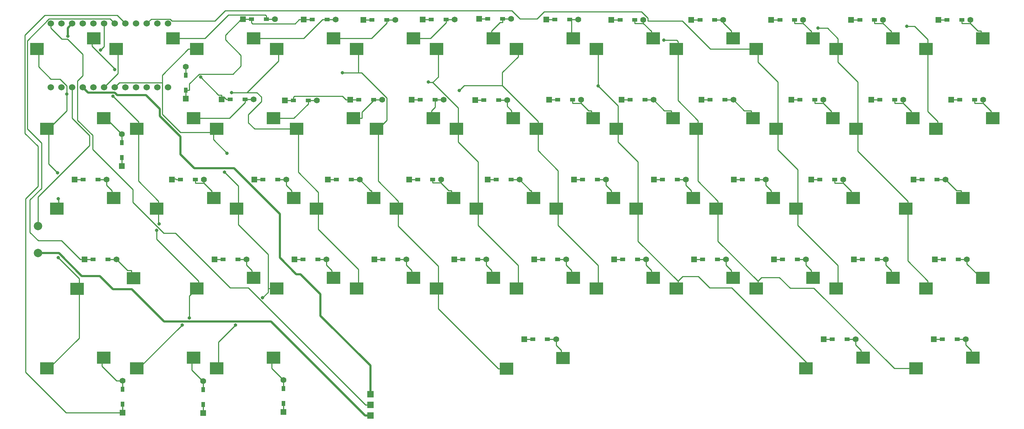
<source format=gbr>
%TF.GenerationSoftware,KiCad,Pcbnew,(7.0.0)*%
%TF.CreationDate,2024-09-06T15:26:17+09:00*%
%TF.ProjectId,rowlow52,726f776c-6f77-4353-922e-6b696361645f,rev?*%
%TF.SameCoordinates,Original*%
%TF.FileFunction,Copper,L2,Bot*%
%TF.FilePolarity,Positive*%
%FSLAX46Y46*%
G04 Gerber Fmt 4.6, Leading zero omitted, Abs format (unit mm)*
G04 Created by KiCad (PCBNEW (7.0.0)) date 2024-09-06 15:26:17*
%MOMM*%
%LPD*%
G01*
G04 APERTURE LIST*
%TA.AperFunction,SMDPad,CuDef*%
%ADD10R,3.300000X3.000000*%
%TD*%
%TA.AperFunction,ComponentPad*%
%ADD11R,1.397000X1.397000*%
%TD*%
%TA.AperFunction,SMDPad,CuDef*%
%ADD12R,1.300000X0.950000*%
%TD*%
%TA.AperFunction,ComponentPad*%
%ADD13C,1.397000*%
%TD*%
%TA.AperFunction,SMDPad,CuDef*%
%ADD14R,0.950000X1.300000*%
%TD*%
%TA.AperFunction,ComponentPad*%
%ADD15C,2.000000*%
%TD*%
%TA.AperFunction,ComponentPad*%
%ADD16C,1.524000*%
%TD*%
%TA.AperFunction,SMDPad,CuDef*%
%ADD17R,1.524000X1.524000*%
%TD*%
%TA.AperFunction,ViaPad*%
%ADD18C,0.800000*%
%TD*%
%TA.AperFunction,Conductor*%
%ADD19C,0.250000*%
%TD*%
%TA.AperFunction,Conductor*%
%ADD20C,0.500000*%
%TD*%
G04 APERTURE END LIST*
D10*
%TO.P,SW23,1,1*%
%TO.N,col10*%
X244962499Y-99813699D03*
%TO.P,SW23,2,2*%
%TO.N,Net-(D23-A)*%
X258562499Y-97273699D03*
%TD*%
D11*
%TO.P,D29,1,K*%
%TO.N,row2*%
X138458799Y-111918699D03*
D12*
X140493799Y-111918699D03*
%TO.P,D29,2,A*%
%TO.N,Net-(D29-A)*%
X144043799Y-111918699D03*
D13*
X146078800Y-111918700D03*
%TD*%
D11*
%TO.P,D3,1,K*%
%TO.N,row0*%
X113289999Y-73699999D03*
D12*
X115324999Y-73699999D03*
%TO.P,D3,2,A*%
%TO.N,Net-(D3-A)*%
X118874999Y-73699999D03*
D13*
X120910000Y-73700000D03*
%TD*%
D11*
%TO.P,D39,1,K*%
%TO.N,row3*%
X130146299Y-130968699D03*
D12*
X132181299Y-130968699D03*
%TO.P,D39,2,A*%
%TO.N,Net-(D39-A)*%
X135731299Y-130968699D03*
D13*
X137766300Y-130968700D03*
%TD*%
D10*
%TO.P,SW3,1,1*%
%TO.N,col2*%
X87799999Y-80763699D03*
%TO.P,SW3,2,2*%
%TO.N,Net-(D3-A)*%
X101399999Y-78223699D03*
%TD*%
D11*
%TO.P,D33,1,K*%
%TO.N,row2*%
X215871299Y-111918699D03*
D12*
X217906299Y-111918699D03*
%TO.P,D33,2,A*%
%TO.N,Net-(D33-A)*%
X221456299Y-111918699D03*
D13*
X223491300Y-111918700D03*
%TD*%
D11*
%TO.P,D6,1,K*%
%TO.N,row0*%
X155164999Y-73549999D03*
D12*
X157199999Y-73549999D03*
%TO.P,D6,2,A*%
%TO.N,Net-(D6-A)*%
X160749999Y-73549999D03*
D13*
X162785000Y-73550000D03*
%TD*%
D10*
%TO.P,SW8,1,1*%
%TO.N,col7*%
X183049999Y-80763699D03*
%TO.P,SW8,2,2*%
%TO.N,Net-(D8-A)*%
X196649999Y-78223699D03*
%TD*%
%TO.P,SW39,1,1*%
%TO.N,col3*%
X125899999Y-137913699D03*
%TO.P,SW39,2,2*%
%TO.N,Net-(D39-A)*%
X139499999Y-135373699D03*
%TD*%
D11*
%TO.P,D20,1,K*%
%TO.N,row1*%
X189071299Y-92868699D03*
D12*
X191106299Y-92868699D03*
%TO.P,D20,2,A*%
%TO.N,Net-(D20-A)*%
X194656299Y-92868699D03*
D13*
X196691300Y-92868700D03*
%TD*%
D11*
%TO.P,D9,1,K*%
%TO.N,row0*%
X205739999Y-73818699D03*
D12*
X207774999Y-73818699D03*
%TO.P,D9,2,A*%
%TO.N,Net-(D9-A)*%
X211324999Y-73818699D03*
D13*
X213360000Y-73818700D03*
%TD*%
D11*
%TO.P,D52,1,K*%
%TO.N,row4*%
X263496299Y-150018699D03*
D12*
X265531299Y-150018699D03*
%TO.P,D52,2,A*%
%TO.N,Net-(D52-A)*%
X269081299Y-150018699D03*
D13*
X271116300Y-150018700D03*
%TD*%
D10*
%TO.P,SW32,1,1*%
%TO.N,col7*%
X192574999Y-118863699D03*
%TO.P,SW32,2,2*%
%TO.N,Net-(D32-A)*%
X206174999Y-116323699D03*
%TD*%
D11*
%TO.P,D18,1,K*%
%TO.N,row1*%
X154189999Y-92949999D03*
D12*
X156224999Y-92949999D03*
%TO.P,D18,2,A*%
%TO.N,Net-(D18-A)*%
X159774999Y-92949999D03*
D13*
X161810000Y-92950000D03*
%TD*%
D11*
%TO.P,D48,1,K*%
%TO.N,row4*%
X89324999Y-167634999D03*
D14*
X89324999Y-165599999D03*
%TO.P,D48,2,A*%
%TO.N,Net-(D48-A)*%
X89324999Y-162049999D03*
D13*
X89325000Y-160015000D03*
%TD*%
D10*
%TO.P,SW35,1,1*%
%TO.N,col10*%
X256868799Y-118863699D03*
%TO.P,SW35,2,2*%
%TO.N,Net-(D35-A)*%
X270468799Y-116323699D03*
%TD*%
D11*
%TO.P,D38,1,K*%
%TO.N,row3*%
X111096299Y-130968699D03*
D12*
X113131299Y-130968699D03*
%TO.P,D38,2,A*%
%TO.N,Net-(D38-A)*%
X116681299Y-130968699D03*
D13*
X118716300Y-130968700D03*
%TD*%
D10*
%TO.P,SW6,1,1*%
%TO.N,col5*%
X144949999Y-80763699D03*
%TO.P,SW6,2,2*%
%TO.N,Net-(D6-A)*%
X158549999Y-78223699D03*
%TD*%
D11*
%TO.P,D24,1,K*%
%TO.N,row1*%
X267652499Y-92868699D03*
D12*
X269687499Y-92868699D03*
%TO.P,D24,2,A*%
%TO.N,Net-(D24-A)*%
X273237499Y-92868699D03*
D13*
X275272500Y-92868700D03*
%TD*%
D10*
%TO.P,SW19,1,1*%
%TO.N,col6*%
X168762499Y-99813699D03*
%TO.P,SW19,2,2*%
%TO.N,Net-(D19-A)*%
X182362499Y-97273699D03*
%TD*%
D11*
%TO.P,D45,1,K*%
%TO.N,row3*%
X244446299Y-130968699D03*
D12*
X246481299Y-130968699D03*
%TO.P,D45,2,A*%
%TO.N,Net-(D45-A)*%
X250031299Y-130968699D03*
D13*
X252066300Y-130968700D03*
%TD*%
D10*
%TO.P,SW43,1,1*%
%TO.N,col7*%
X202099999Y-137913699D03*
%TO.P,SW43,2,2*%
%TO.N,Net-(D43-A)*%
X215699999Y-135373699D03*
%TD*%
D11*
%TO.P,D40,1,K*%
%TO.N,row3*%
X149196299Y-130968699D03*
D12*
X151231299Y-130968699D03*
%TO.P,D40,2,A*%
%TO.N,Net-(D40-A)*%
X154781299Y-130968699D03*
D13*
X156816300Y-130968700D03*
%TD*%
D10*
%TO.P,SW30,1,1*%
%TO.N,col5*%
X154474999Y-118863699D03*
%TO.P,SW30,2,2*%
%TO.N,Net-(D30-A)*%
X168074999Y-116323699D03*
%TD*%
D11*
%TO.P,D23,1,K*%
%TO.N,row1*%
X248602499Y-92868699D03*
D12*
X250637499Y-92868699D03*
%TO.P,D23,2,A*%
%TO.N,Net-(D23-A)*%
X254187499Y-92868699D03*
D13*
X256222500Y-92868700D03*
%TD*%
D10*
%TO.P,SW13,1,1*%
%TO.N,col0*%
X52081299Y-99813699D03*
%TO.P,SW13,2,2*%
%TO.N,Net-(D13-A)*%
X65681299Y-97273699D03*
%TD*%
%TO.P,SW28,1,1*%
%TO.N,col3*%
X116374999Y-118863699D03*
%TO.P,SW28,2,2*%
%TO.N,Net-(D28-A)*%
X129974999Y-116323699D03*
%TD*%
D11*
%TO.P,D43,1,K*%
%TO.N,row3*%
X206346299Y-130968699D03*
D12*
X208381299Y-130968699D03*
%TO.P,D43,2,A*%
%TO.N,Net-(D43-A)*%
X211931299Y-130968699D03*
D13*
X213966300Y-130968700D03*
%TD*%
D10*
%TO.P,SW42,1,1*%
%TO.N,col6*%
X183049999Y-137913699D03*
%TO.P,SW42,2,2*%
%TO.N,Net-(D42-A)*%
X196649999Y-135373699D03*
%TD*%
D11*
%TO.P,D46,1,K*%
%TO.N,row3*%
X263804499Y-130968699D03*
D12*
X265839499Y-130968699D03*
%TO.P,D46,2,A*%
%TO.N,Net-(D46-A)*%
X269389499Y-130968699D03*
D13*
X271424500Y-130968700D03*
%TD*%
D10*
%TO.P,SW16,1,1*%
%TO.N,col3*%
X111612499Y-99813699D03*
%TO.P,SW16,2,2*%
%TO.N,Net-(D16-A)*%
X125212499Y-97273699D03*
%TD*%
%TO.P,SW15,1,1*%
%TO.N,col2*%
X92562499Y-99813699D03*
%TO.P,SW15,2,2*%
%TO.N,Net-(D15-A)*%
X106162499Y-97273699D03*
%TD*%
%TO.P,SW41,1,1*%
%TO.N,col5*%
X163999999Y-137913699D03*
%TO.P,SW41,2,2*%
%TO.N,Net-(D41-A)*%
X177599999Y-135373699D03*
%TD*%
%TO.P,SW44,1,1*%
%TO.N,col8*%
X221149999Y-137913699D03*
%TO.P,SW44,2,2*%
%TO.N,Net-(D44-A)*%
X234749999Y-135373699D03*
%TD*%
%TO.P,SW47,1,1*%
%TO.N,col0*%
X52081299Y-156963699D03*
%TO.P,SW47,2,2*%
%TO.N,Net-(D47-A)*%
X65681299Y-154423699D03*
%TD*%
%TO.P,SW4,1,1*%
%TO.N,col3*%
X106849999Y-80763699D03*
%TO.P,SW4,2,2*%
%TO.N,Net-(D4-A)*%
X120449999Y-78223699D03*
%TD*%
%TO.P,SW40,1,1*%
%TO.N,col4*%
X144949999Y-137913699D03*
%TO.P,SW40,2,2*%
%TO.N,Net-(D40-A)*%
X158549999Y-135373699D03*
%TD*%
%TO.P,SW50,1,1*%
%TO.N,col4*%
X161668799Y-157003699D03*
%TO.P,SW50,2,2*%
%TO.N,Net-(D50-A)*%
X175168799Y-154463699D03*
%TD*%
%TO.P,SW22,1,1*%
%TO.N,col9*%
X225912499Y-99813699D03*
%TO.P,SW22,2,2*%
%TO.N,Net-(D22-A)*%
X239512499Y-97273699D03*
%TD*%
%TO.P,SW27,1,1*%
%TO.N,col2*%
X97324999Y-118863699D03*
%TO.P,SW27,2,2*%
%TO.N,Net-(D27-A)*%
X110924999Y-116323699D03*
%TD*%
D11*
%TO.P,D28,1,K*%
%TO.N,row2*%
X119062499Y-111918699D03*
D12*
X121097499Y-111918699D03*
%TO.P,D28,2,A*%
%TO.N,Net-(D28-A)*%
X124647499Y-111918699D03*
D13*
X126682500Y-111918700D03*
%TD*%
D10*
%TO.P,SW52,1,1*%
%TO.N,col8*%
X259249999Y-156963699D03*
%TO.P,SW52,2,2*%
%TO.N,Net-(D52-A)*%
X272849999Y-154423699D03*
%TD*%
%TO.P,SW24,1,1*%
%TO.N,col11*%
X264012499Y-99813699D03*
%TO.P,SW24,2,2*%
%TO.N,Net-(D24-A)*%
X277612499Y-97273699D03*
%TD*%
%TO.P,SW37,1,1*%
%TO.N,col1*%
X87799999Y-137913699D03*
%TO.P,SW37,2,2*%
%TO.N,Net-(D37-A)*%
X101399999Y-135373699D03*
%TD*%
D11*
%TO.P,D4,1,K*%
%TO.N,row0*%
X127539999Y-73774999D03*
D12*
X129574999Y-73774999D03*
%TO.P,D4,2,A*%
%TO.N,Net-(D4-A)*%
X133124999Y-73774999D03*
D13*
X135160000Y-73775000D03*
%TD*%
D10*
%TO.P,SW20,1,1*%
%TO.N,col7*%
X187812499Y-99813699D03*
%TO.P,SW20,2,2*%
%TO.N,Net-(D20-A)*%
X201412499Y-97273699D03*
%TD*%
D11*
%TO.P,D14,1,K*%
%TO.N,row1*%
X93789999Y-92749999D03*
D12*
X95824999Y-92749999D03*
%TO.P,D14,2,A*%
%TO.N,Net-(D14-A)*%
X99374999Y-92749999D03*
D13*
X101410000Y-92750000D03*
%TD*%
D10*
%TO.P,SW2,1,1*%
%TO.N,col1*%
X68606299Y-80759999D03*
%TO.P,SW2,2,2*%
%TO.N,Net-(D2-A)*%
X82206299Y-78219999D03*
%TD*%
D11*
%TO.P,D10,1,K*%
%TO.N,row0*%
X224789999Y-73818699D03*
D12*
X226824999Y-73818699D03*
%TO.P,D10,2,A*%
%TO.N,Net-(D10-A)*%
X230374999Y-73818699D03*
D13*
X232410000Y-73818700D03*
%TD*%
D11*
%TO.P,D41,1,K*%
%TO.N,row3*%
X168246299Y-130968699D03*
D12*
X170281299Y-130968699D03*
%TO.P,D41,2,A*%
%TO.N,Net-(D41-A)*%
X173831299Y-130968699D03*
D13*
X175866300Y-130968700D03*
%TD*%
D11*
%TO.P,D1,1,K*%
%TO.N,row0*%
X85249999Y-92559999D03*
D14*
X85249999Y-90524999D03*
%TO.P,D1,2,A*%
%TO.N,Net-(D1-A)*%
X85249999Y-86974999D03*
D13*
X85250000Y-84940000D03*
%TD*%
D10*
%TO.P,SW1,1,1*%
%TO.N,col0*%
X49699999Y-80763699D03*
%TO.P,SW1,2,2*%
%TO.N,Net-(D1-A)*%
X63299999Y-78223699D03*
%TD*%
%TO.P,SW12,1,1*%
%TO.N,col11*%
X261631299Y-80763699D03*
%TO.P,SW12,2,2*%
%TO.N,Net-(D12-A)*%
X275231299Y-78223699D03*
%TD*%
D11*
%TO.P,D51,1,K*%
%TO.N,row4*%
X237302499Y-150018699D03*
D12*
X239337499Y-150018699D03*
%TO.P,D51,2,A*%
%TO.N,Net-(D51-A)*%
X242887499Y-150018699D03*
D13*
X244922500Y-150018700D03*
%TD*%
D10*
%TO.P,SW49,1,1*%
%TO.N,col2*%
X92562499Y-156963699D03*
%TO.P,SW49,2,2*%
%TO.N,Net-(D49-A)*%
X106162499Y-154423699D03*
%TD*%
D11*
%TO.P,D34,1,K*%
%TO.N,row2*%
X234314999Y-111918699D03*
D12*
X236349999Y-111918699D03*
%TO.P,D34,2,A*%
%TO.N,Net-(D34-A)*%
X239899999Y-111918699D03*
D13*
X241935000Y-111918700D03*
%TD*%
D11*
%TO.P,D15,1,K*%
%TO.N,row1*%
X108814999Y-93049999D03*
D12*
X110849999Y-93049999D03*
%TO.P,D15,2,A*%
%TO.N,Net-(D15-A)*%
X114399999Y-93049999D03*
D13*
X116435000Y-93050000D03*
%TD*%
D11*
%TO.P,D2,1,K*%
%TO.N,row0*%
X98839999Y-73649999D03*
D12*
X100874999Y-73649999D03*
%TO.P,D2,2,A*%
%TO.N,Net-(D2-A)*%
X104424999Y-73649999D03*
D13*
X106460000Y-73650000D03*
%TD*%
D11*
%TO.P,D27,1,K*%
%TO.N,row2*%
X101571299Y-111918699D03*
D12*
X103606299Y-111918699D03*
%TO.P,D27,2,A*%
%TO.N,Net-(D27-A)*%
X107156299Y-111918699D03*
D13*
X109191300Y-111918700D03*
%TD*%
D10*
%TO.P,SW17,1,1*%
%TO.N,col4*%
X130662499Y-99813699D03*
%TO.P,SW17,2,2*%
%TO.N,Net-(D17-A)*%
X144262499Y-97273699D03*
%TD*%
%TO.P,SW21,1,1*%
%TO.N,col8*%
X206862499Y-99813699D03*
%TO.P,SW21,2,2*%
%TO.N,Net-(D21-A)*%
X220462499Y-97273699D03*
%TD*%
D11*
%TO.P,D25,1,K*%
%TO.N,row2*%
X58708799Y-111918699D03*
D12*
X60743799Y-111918699D03*
%TO.P,D25,2,A*%
%TO.N,Net-(D25-A)*%
X64293799Y-111918699D03*
D13*
X66328800Y-111918700D03*
%TD*%
D10*
%TO.P,SW5,1,1*%
%TO.N,col4*%
X125899999Y-80763699D03*
%TO.P,SW5,2,2*%
%TO.N,Net-(D5-A)*%
X139499999Y-78223699D03*
%TD*%
D11*
%TO.P,D12,1,K*%
%TO.N,row0*%
X264664999Y-73818699D03*
D12*
X266699999Y-73818699D03*
%TO.P,D12,2,A*%
%TO.N,Net-(D12-A)*%
X270249999Y-73818699D03*
D13*
X272285000Y-73818700D03*
%TD*%
D11*
%TO.P,D21,1,K*%
%TO.N,row1*%
X208121299Y-92868699D03*
D12*
X210156299Y-92868699D03*
%TO.P,D21,2,A*%
%TO.N,Net-(D21-A)*%
X213706299Y-92868699D03*
D13*
X215741300Y-92868700D03*
%TD*%
D15*
%TO.P,SW53,1,1*%
%TO.N,reset*%
X50006300Y-122956200D03*
%TO.P,SW53,2,2*%
%TO.N,GND*%
X50006300Y-129456200D03*
%TD*%
D10*
%TO.P,SW29,1,1*%
%TO.N,col4*%
X135424999Y-118863699D03*
%TO.P,SW29,2,2*%
%TO.N,Net-(D29-A)*%
X149024999Y-116323699D03*
%TD*%
%TO.P,SW26,1,1*%
%TO.N,col1*%
X78274999Y-118863699D03*
%TO.P,SW26,2,2*%
%TO.N,Net-(D26-A)*%
X91874999Y-116323699D03*
%TD*%
D11*
%TO.P,D16,1,K*%
%TO.N,row1*%
X124439999Y-92849999D03*
D12*
X126474999Y-92849999D03*
%TO.P,D16,2,A*%
%TO.N,Net-(D16-A)*%
X130024999Y-92849999D03*
D13*
X132060000Y-92850000D03*
%TD*%
D11*
%TO.P,D7,1,K*%
%TO.N,row0*%
X171164999Y-73724999D03*
D12*
X173199999Y-73724999D03*
%TO.P,D7,2,A*%
%TO.N,Net-(D7-A)*%
X176749999Y-73724999D03*
D13*
X178785000Y-73725000D03*
%TD*%
D10*
%TO.P,SW25,1,1*%
%TO.N,col0*%
X54462499Y-118863699D03*
%TO.P,SW25,2,2*%
%TO.N,Net-(D25-A)*%
X68062499Y-116323699D03*
%TD*%
%TO.P,SW36,1,1*%
%TO.N,col0*%
X59274999Y-137953699D03*
%TO.P,SW36,2,2*%
%TO.N,Net-(D36-A)*%
X72774999Y-135413699D03*
%TD*%
D11*
%TO.P,D22,1,K*%
%TO.N,row1*%
X229552499Y-92868699D03*
D12*
X231587499Y-92868699D03*
%TO.P,D22,2,A*%
%TO.N,Net-(D22-A)*%
X235137499Y-92868699D03*
D13*
X237172500Y-92868700D03*
%TD*%
D11*
%TO.P,D36,1,K*%
%TO.N,row3*%
X61089999Y-130968699D03*
D12*
X63124999Y-130968699D03*
%TO.P,D36,2,A*%
%TO.N,Net-(D36-A)*%
X66674999Y-130968699D03*
D13*
X68710000Y-130968700D03*
%TD*%
D11*
%TO.P,D50,1,K*%
%TO.N,row4*%
X165864999Y-150018699D03*
D12*
X167899999Y-150018699D03*
%TO.P,D50,2,A*%
%TO.N,Net-(D50-A)*%
X171449999Y-150018699D03*
D13*
X173485000Y-150018700D03*
%TD*%
D11*
%TO.P,D8,1,K*%
%TO.N,row0*%
X186689999Y-73818699D03*
D12*
X188724999Y-73818699D03*
%TO.P,D8,2,A*%
%TO.N,Net-(D8-A)*%
X192274999Y-73818699D03*
D13*
X194310000Y-73818700D03*
%TD*%
D10*
%TO.P,SW51,1,1*%
%TO.N,col7*%
X233056299Y-156963699D03*
%TO.P,SW51,2,2*%
%TO.N,Net-(D51-A)*%
X246656299Y-154423699D03*
%TD*%
D11*
%TO.P,D35,1,K*%
%TO.N,row2*%
X258733799Y-111918699D03*
D12*
X260768799Y-111918699D03*
%TO.P,D35,2,A*%
%TO.N,Net-(D35-A)*%
X264318799Y-111918699D03*
D13*
X266353800Y-111918700D03*
%TD*%
D11*
%TO.P,D11,1,K*%
%TO.N,row0*%
X243839999Y-73818699D03*
D12*
X245874999Y-73818699D03*
%TO.P,D11,2,A*%
%TO.N,Net-(D11-A)*%
X249424999Y-73818699D03*
D13*
X251460000Y-73818700D03*
%TD*%
D10*
%TO.P,SW7,1,1*%
%TO.N,col6*%
X163999999Y-80763699D03*
%TO.P,SW7,2,2*%
%TO.N,Net-(D7-A)*%
X177599999Y-78223699D03*
%TD*%
D11*
%TO.P,D32,1,K*%
%TO.N,row2*%
X196821299Y-111918699D03*
D12*
X198856299Y-111918699D03*
%TO.P,D32,2,A*%
%TO.N,Net-(D32-A)*%
X202406299Y-111918699D03*
D13*
X204441300Y-111918700D03*
%TD*%
D10*
%TO.P,SW18,1,1*%
%TO.N,col5*%
X149712499Y-99813699D03*
%TO.P,SW18,2,2*%
%TO.N,Net-(D18-A)*%
X163312499Y-97273699D03*
%TD*%
%TO.P,SW14,1,1*%
%TO.N,col1*%
X73512499Y-99813699D03*
%TO.P,SW14,2,2*%
%TO.N,Net-(D14-A)*%
X87112499Y-97273699D03*
%TD*%
%TO.P,SW33,1,1*%
%TO.N,col8*%
X211624999Y-118863699D03*
%TO.P,SW33,2,2*%
%TO.N,Net-(D33-A)*%
X225224999Y-116323699D03*
%TD*%
D11*
%TO.P,D26,1,K*%
%TO.N,row2*%
X81914999Y-111918699D03*
D12*
X83949999Y-111918699D03*
%TO.P,D26,2,A*%
%TO.N,Net-(D26-A)*%
X87499999Y-111918699D03*
D13*
X89535000Y-111918700D03*
%TD*%
D10*
%TO.P,SW48,1,1*%
%TO.N,col1*%
X73512499Y-156963699D03*
%TO.P,SW48,2,2*%
%TO.N,Net-(D48-A)*%
X87112499Y-154423699D03*
%TD*%
D11*
%TO.P,D17,1,K*%
%TO.N,row1*%
X139064999Y-92849999D03*
D12*
X141099999Y-92849999D03*
%TO.P,D17,2,A*%
%TO.N,Net-(D17-A)*%
X144649999Y-92849999D03*
D13*
X146685000Y-92850000D03*
%TD*%
D11*
%TO.P,D19,1,K*%
%TO.N,row1*%
X171796299Y-92868699D03*
D12*
X173831299Y-92868699D03*
%TO.P,D19,2,A*%
%TO.N,Net-(D19-A)*%
X177381299Y-92868699D03*
D13*
X179416300Y-92868700D03*
%TD*%
D11*
%TO.P,D31,1,K*%
%TO.N,row2*%
X177771299Y-111918699D03*
D12*
X179806299Y-111918699D03*
%TO.P,D31,2,A*%
%TO.N,Net-(D31-A)*%
X183356299Y-111918699D03*
D13*
X185391300Y-111918700D03*
%TD*%
D10*
%TO.P,SW11,1,1*%
%TO.N,col10*%
X240199999Y-80763699D03*
%TO.P,SW11,2,2*%
%TO.N,Net-(D11-A)*%
X253799999Y-78223699D03*
%TD*%
%TO.P,SW34,1,1*%
%TO.N,col9*%
X230674999Y-118863699D03*
%TO.P,SW34,2,2*%
%TO.N,Net-(D34-A)*%
X244274999Y-116323699D03*
%TD*%
D11*
%TO.P,D49,1,K*%
%TO.N,row4*%
X108499999Y-167359999D03*
D14*
X108499999Y-165324999D03*
%TO.P,D49,2,A*%
%TO.N,Net-(D49-A)*%
X108499999Y-161774999D03*
D13*
X108500000Y-159740000D03*
%TD*%
D10*
%TO.P,SW45,1,1*%
%TO.N,col9*%
X240199999Y-137913699D03*
%TO.P,SW45,2,2*%
%TO.N,Net-(D45-A)*%
X253799999Y-135373699D03*
%TD*%
D11*
%TO.P,D47,1,K*%
%TO.N,row4*%
X70124999Y-167559999D03*
D14*
X70124999Y-165524999D03*
%TO.P,D47,2,A*%
%TO.N,Net-(D47-A)*%
X70124999Y-161974999D03*
D13*
X70125000Y-159940000D03*
%TD*%
D10*
%TO.P,SW38,1,1*%
%TO.N,col2*%
X106849999Y-137913699D03*
%TO.P,SW38,2,2*%
%TO.N,Net-(D38-A)*%
X120449999Y-135373699D03*
%TD*%
%TO.P,SW46,1,1*%
%TO.N,col10*%
X261631299Y-137913699D03*
%TO.P,SW46,2,2*%
%TO.N,Net-(D46-A)*%
X275231299Y-135373699D03*
%TD*%
D11*
%TO.P,D42,1,K*%
%TO.N,row3*%
X187296299Y-130968699D03*
D12*
X189331299Y-130968699D03*
%TO.P,D42,2,A*%
%TO.N,Net-(D42-A)*%
X192881299Y-130968699D03*
D13*
X194916300Y-130968700D03*
%TD*%
D10*
%TO.P,SW9,1,1*%
%TO.N,col8*%
X202099999Y-80763699D03*
%TO.P,SW9,2,2*%
%TO.N,Net-(D9-A)*%
X215699999Y-78223699D03*
%TD*%
D11*
%TO.P,D44,1,K*%
%TO.N,row3*%
X225396299Y-130968699D03*
D12*
X227431299Y-130968699D03*
%TO.P,D44,2,A*%
%TO.N,Net-(D44-A)*%
X230981299Y-130968699D03*
D13*
X233016300Y-130968700D03*
%TD*%
D10*
%TO.P,SW10,1,1*%
%TO.N,col9*%
X221149999Y-80763699D03*
%TO.P,SW10,2,2*%
%TO.N,Net-(D10-A)*%
X234749999Y-78223699D03*
%TD*%
D11*
%TO.P,D5,1,K*%
%TO.N,row0*%
X141664999Y-73699999D03*
D12*
X143699999Y-73699999D03*
%TO.P,D5,2,A*%
%TO.N,Net-(D5-A)*%
X147249999Y-73699999D03*
D13*
X149285000Y-73700000D03*
%TD*%
D10*
%TO.P,SW31,1,1*%
%TO.N,col6*%
X173524999Y-118863699D03*
%TO.P,SW31,2,2*%
%TO.N,Net-(D31-A)*%
X187124999Y-116323699D03*
%TD*%
D16*
%TO.P,U1,1,TX0/D3*%
%TO.N,led*%
X53065000Y-74682200D03*
%TO.P,U1,2,RX1/D2*%
%TO.N,row0*%
X55605000Y-74682200D03*
%TO.P,U1,3,GND*%
%TO.N,GND*%
X58145000Y-74682200D03*
%TO.P,U1,4,GND*%
X60685000Y-74682200D03*
%TO.P,U1,5,2/D1/SDA*%
%TO.N,row1*%
X63225000Y-74682200D03*
%TO.P,U1,6,3/D0/SCL*%
%TO.N,row2*%
X65765000Y-74682200D03*
%TO.P,U1,7,4/D4*%
%TO.N,row3*%
X68305000Y-74682200D03*
%TO.P,U1,8,5/C6*%
%TO.N,row4*%
X70845000Y-74682200D03*
%TO.P,U1,9,6/D7*%
%TO.N,col8*%
X73385000Y-74682200D03*
%TO.P,U1,10,7/E6*%
%TO.N,col9*%
X75925000Y-74682200D03*
%TO.P,U1,11,8/B4*%
%TO.N,col10*%
X78465000Y-74682200D03*
%TO.P,U1,12,9/B5*%
%TO.N,col11*%
X81005000Y-74682200D03*
%TO.P,U1,13,B6/10*%
%TO.N,col7*%
X81005000Y-89902200D03*
%TO.P,U1,14,B2/16*%
%TO.N,col6*%
X78465000Y-89902200D03*
%TO.P,U1,15,B3/14*%
%TO.N,col5*%
X75925000Y-89902200D03*
%TO.P,U1,16,B1/15*%
%TO.N,col4*%
X73385000Y-89902200D03*
%TO.P,U1,17,F7/A0*%
%TO.N,col3*%
X70845000Y-89902200D03*
%TO.P,U1,18,F6/A1*%
%TO.N,col2*%
X68305000Y-89902200D03*
%TO.P,U1,19,F5/A2*%
%TO.N,col1*%
X65765000Y-89902200D03*
%TO.P,U1,20,F4/A3*%
%TO.N,col0*%
X63225000Y-89902200D03*
%TO.P,U1,21,VCC*%
%TO.N,VCC*%
X60685000Y-89902200D03*
%TO.P,U1,22,RST*%
%TO.N,reset*%
X58145000Y-89902200D03*
%TO.P,U1,23,GND*%
%TO.N,GND*%
X55605000Y-89902200D03*
%TO.P,U1,24,RAW*%
%TO.N,unconnected-(U1-RAW-Pad24)*%
X53065000Y-89902200D03*
%TD*%
D11*
%TO.P,D37,1,K*%
%TO.N,row3*%
X92046299Y-130968699D03*
D12*
X94081299Y-130968699D03*
%TO.P,D37,2,A*%
%TO.N,Net-(D37-A)*%
X97631299Y-130968699D03*
D13*
X99666300Y-130968700D03*
%TD*%
D11*
%TO.P,D30,1,K*%
%TO.N,row2*%
X157162499Y-111918699D03*
D12*
X159197499Y-111918699D03*
%TO.P,D30,2,A*%
%TO.N,Net-(D30-A)*%
X162747499Y-111918699D03*
D13*
X164782500Y-111918700D03*
%TD*%
D11*
%TO.P,D13,1,K*%
%TO.N,row1*%
X69999999Y-108684999D03*
D14*
X69999999Y-106649999D03*
%TO.P,D13,2,A*%
%TO.N,Net-(D13-A)*%
X69999999Y-103099999D03*
D13*
X70000000Y-101065000D03*
%TD*%
D17*
%TO.P,J1L1,1,Pin_1*%
%TO.N,GND*%
X129224999Y-168214999D03*
%TO.P,J1L1,2,Pin_2*%
%TO.N,led*%
X129224999Y-165674999D03*
%TO.P,J1L1,3,Pin_3*%
%TO.N,VCC*%
X129224999Y-163134999D03*
%TD*%
D18*
%TO.N,Net-(D1-A)*%
X68301600Y-85676600D03*
%TO.N,row1*%
X88762700Y-87453200D03*
%TO.N,row2*%
X64881200Y-81017300D03*
%TO.N,GND*%
X57125900Y-77666200D03*
%TO.N,col0*%
X54690700Y-110298900D03*
X54836600Y-130563000D03*
X54836600Y-116480800D03*
X56875000Y-91462300D03*
%TO.N,col1*%
X78240900Y-123963100D03*
X78842300Y-122511100D03*
X86047100Y-144879100D03*
X67901300Y-92038500D03*
X84336400Y-146589800D03*
%TO.N,col2*%
X94472800Y-110075800D03*
X95057800Y-105601200D03*
X103524500Y-140128100D03*
X97064400Y-146588200D03*
%TO.N,col3*%
X96166900Y-91109500D03*
%TO.N,col4*%
X122594600Y-86426000D03*
%TO.N,col5*%
X143079300Y-88649500D03*
%TO.N,col6*%
X150404200Y-90684600D03*
%TO.N,col7*%
X183500000Y-89549800D03*
%TO.N,col8*%
X199182100Y-78646800D03*
%TO.N,col10*%
X235925200Y-75779500D03*
%TO.N,col11*%
X257097600Y-75329400D03*
%TD*%
D19*
%TO.N,Net-(D29-A)*%
X144043800Y-112695000D02*
X144043800Y-111918700D01*
X146055000Y-112695000D02*
X144043800Y-112695000D01*
X146078800Y-112718800D02*
X146055000Y-112695000D01*
%TO.N,row0*%
X226825000Y-73818700D02*
X224790000Y-73818700D01*
X88412600Y-86707200D02*
X96442800Y-86707200D01*
X245875000Y-73818700D02*
X243840000Y-73818700D01*
X98840000Y-73650000D02*
X100875000Y-73650000D01*
X157200000Y-73550000D02*
X155165000Y-73550000D01*
X188725000Y-73818700D02*
X186690000Y-73818700D01*
X96442800Y-86707200D02*
X98375000Y-84775000D01*
X129575000Y-73775000D02*
X127540000Y-73775000D01*
X101120600Y-74695700D02*
X111270700Y-74695700D01*
X111270700Y-74695700D02*
X112266400Y-73700000D01*
X98450000Y-73650000D02*
X98840000Y-73650000D01*
X207775000Y-73818700D02*
X205740000Y-73818700D01*
X94659900Y-77440100D02*
X98450000Y-73650000D01*
X98375000Y-84775000D02*
X98375000Y-82225000D01*
X94659900Y-78509900D02*
X94659900Y-77440100D01*
X85250000Y-90525000D02*
X85250000Y-91536400D01*
X173200000Y-73725000D02*
X171165000Y-73725000D01*
X85250000Y-92560000D02*
X85250000Y-91536400D01*
X113290000Y-73700000D02*
X112266400Y-73700000D01*
X98375000Y-82225000D02*
X94659900Y-78509900D01*
X86050200Y-90525000D02*
X86050200Y-89069600D01*
X85250000Y-90525000D02*
X86050200Y-90525000D01*
X100875000Y-73650000D02*
X100875000Y-74450100D01*
X115325000Y-73700000D02*
X113290000Y-73700000D01*
X143700000Y-73700000D02*
X141665000Y-73700000D01*
X100875000Y-74450100D02*
X101120600Y-74695700D01*
X266700000Y-73818700D02*
X264665000Y-73818700D01*
X86050200Y-89069600D02*
X88412600Y-86707200D01*
%TO.N,Net-(D1-A)*%
X62850000Y-78223700D02*
X62850000Y-80048800D01*
X85250000Y-84940000D02*
X85250000Y-86975000D01*
X68301600Y-85500400D02*
X68301600Y-85676600D01*
X62850000Y-80048800D02*
X68301600Y-85500400D01*
%TO.N,Net-(D2-A)*%
X95375200Y-72626400D02*
X89781600Y-78220000D01*
X104201500Y-72626400D02*
X95375200Y-72626400D01*
X81756300Y-78220000D02*
X84181400Y-78220000D01*
X104425000Y-72849900D02*
X104201500Y-72626400D01*
X89781600Y-78220000D02*
X84181400Y-78220000D01*
X106460000Y-73650000D02*
X104425000Y-73650000D01*
X104425000Y-73650000D02*
X104425000Y-72849900D01*
%TO.N,Net-(D3-A)*%
X118875000Y-73700000D02*
X117850000Y-73700000D01*
X118875000Y-73700000D02*
X120910000Y-73700000D01*
X113326300Y-78223700D02*
X100950000Y-78223700D01*
X117850000Y-73700000D02*
X113326300Y-78223700D01*
%TO.N,Net-(D4-A)*%
X133125000Y-74575100D02*
X129476400Y-78223700D01*
X129476400Y-78223700D02*
X120000000Y-78223700D01*
X133125000Y-73775000D02*
X135160000Y-73775000D01*
X133125000Y-73775000D02*
X133125000Y-74575100D01*
%TO.N,Net-(D5-A)*%
X139051300Y-78225000D02*
X139050000Y-78223700D01*
X147250000Y-73700000D02*
X149285000Y-73700000D01*
X147250000Y-73700000D02*
X147250000Y-74500100D01*
X143525100Y-78225000D02*
X139051300Y-78225000D01*
X147250000Y-74500100D02*
X143525100Y-78225000D01*
%TO.N,Net-(D6-A)*%
X160750000Y-73550000D02*
X162785000Y-73550000D01*
X160148500Y-74350100D02*
X158100000Y-76398600D01*
X160750000Y-73550000D02*
X160750000Y-74350100D01*
X158100000Y-78223700D02*
X158100000Y-76398600D01*
X160750000Y-74350100D02*
X160148500Y-74350100D01*
%TO.N,Net-(D7-A)*%
X177150000Y-78223700D02*
X177150000Y-76398600D01*
X177150000Y-73725000D02*
X178785000Y-73725000D01*
X177150000Y-73725000D02*
X177150000Y-76398600D01*
X176750000Y-73725000D02*
X177150000Y-73725000D01*
%TO.N,Net-(D8-A)*%
X194310000Y-74618800D02*
X196089800Y-76398600D01*
X194310000Y-73818700D02*
X194310000Y-74618800D01*
X192275000Y-73818700D02*
X192275000Y-74618800D01*
X196200000Y-78223700D02*
X196200000Y-76398600D01*
X194310000Y-74618800D02*
X192275000Y-74618800D01*
X196089800Y-76398600D02*
X196200000Y-76398600D01*
%TO.N,Net-(D9-A)*%
X213360000Y-74508600D02*
X215250000Y-76398600D01*
X215250000Y-78223700D02*
X215250000Y-76398600D01*
X211325000Y-73818700D02*
X212300100Y-73818700D01*
X213360000Y-73818700D02*
X213360000Y-74508600D01*
X213360000Y-73818700D02*
X212300100Y-73818700D01*
%TO.N,Net-(D10-A)*%
X234189800Y-76398600D02*
X234300000Y-76398600D01*
X232410000Y-73818700D02*
X232410000Y-74618800D01*
X230375000Y-73818700D02*
X230375000Y-74618800D01*
X232410000Y-74618800D02*
X230375000Y-74618800D01*
X234300000Y-78223700D02*
X234300000Y-76398600D01*
X232410000Y-74618800D02*
X234189800Y-76398600D01*
%TO.N,Net-(D11-A)*%
X251460000Y-74618800D02*
X249425000Y-74618800D01*
X251460000Y-74618800D02*
X253239800Y-76398600D01*
X249425000Y-73818700D02*
X249425000Y-74618800D01*
X253350000Y-78223700D02*
X253350000Y-76398600D01*
X251460000Y-73818700D02*
X251460000Y-74618800D01*
X253239800Y-76398600D02*
X253350000Y-76398600D01*
%TO.N,Net-(D12-A)*%
X272285000Y-74618800D02*
X270250000Y-74618800D01*
X274781300Y-78223700D02*
X274781300Y-76398600D01*
X274064800Y-76398600D02*
X272285000Y-74618800D01*
X272285000Y-74618800D02*
X272285000Y-73818700D01*
X274781300Y-76398600D02*
X274064800Y-76398600D01*
X270250000Y-73818700D02*
X270250000Y-74618800D01*
%TO.N,row1*%
X110850000Y-92249900D02*
X111094000Y-92005900D01*
X93790000Y-92238200D02*
X93790000Y-91726400D01*
X95825000Y-92750000D02*
X94849900Y-92750000D01*
X173831300Y-92868700D02*
X171796300Y-92868700D01*
X250637500Y-92868700D02*
X248602500Y-92868700D01*
X93790000Y-92750000D02*
X93790000Y-92238200D01*
X94338100Y-92238200D02*
X94849900Y-92750000D01*
X210156300Y-92868700D02*
X208121300Y-92868700D01*
X269687500Y-92868700D02*
X267652500Y-92868700D01*
X110850000Y-93050000D02*
X110850000Y-92249900D01*
X124440000Y-92850000D02*
X123416400Y-92850000D01*
X111094000Y-92005900D02*
X122572300Y-92005900D01*
X93790000Y-92238200D02*
X94338100Y-92238200D01*
X156225000Y-92950000D02*
X154190000Y-92950000D01*
X126475000Y-92850000D02*
X124440000Y-92850000D01*
X70000000Y-106650000D02*
X70000000Y-108685000D01*
X88762700Y-87453200D02*
X93035900Y-91726400D01*
X141100000Y-92850000D02*
X139065000Y-92850000D01*
X122572300Y-92005900D02*
X123416400Y-92850000D01*
X191106300Y-92868700D02*
X189071300Y-92868700D01*
X93035900Y-91726400D02*
X93790000Y-91726400D01*
X231587500Y-92868700D02*
X229552500Y-92868700D01*
X108815000Y-93050000D02*
X110850000Y-93050000D01*
%TO.N,Net-(D13-A)*%
X70000000Y-101065000D02*
X70000000Y-103100000D01*
X65231300Y-97273700D02*
X66208700Y-97273700D01*
X66208700Y-97273700D02*
X70000000Y-101065000D01*
%TO.N,Net-(D14-A)*%
X101410000Y-92750000D02*
X99375000Y-92750000D01*
X99375000Y-93550100D02*
X95651400Y-97273700D01*
X95651400Y-97273700D02*
X86662500Y-97273700D01*
X99375000Y-92750000D02*
X99375000Y-93550100D01*
%TO.N,Net-(D15-A)*%
X114400000Y-93050000D02*
X116435000Y-93050000D01*
X114400000Y-93050000D02*
X114400000Y-93850100D01*
X110976400Y-97273700D02*
X105712500Y-97273700D01*
X114400000Y-93850100D02*
X110976400Y-97273700D01*
%TO.N,Net-(D16-A)*%
X132060000Y-92850000D02*
X130143400Y-92850000D01*
X127187600Y-95805800D02*
X127187600Y-97273700D01*
X130143400Y-92850000D02*
X127187600Y-95805800D01*
X124762500Y-97273700D02*
X127187600Y-97273700D01*
X130143400Y-92850000D02*
X130025000Y-92850000D01*
%TO.N,Net-(D17-A)*%
X144650000Y-94611100D02*
X143812500Y-95448600D01*
X144650000Y-92850000D02*
X146685000Y-92850000D01*
X144650000Y-92850000D02*
X144650000Y-94611100D01*
X143812500Y-97273700D02*
X143812500Y-95448600D01*
%TO.N,Net-(D18-A)*%
X161810000Y-92950000D02*
X161810000Y-94396100D01*
X159775000Y-92950000D02*
X160750100Y-92950000D01*
X162862500Y-97273700D02*
X162862500Y-95448600D01*
X161810000Y-92950000D02*
X160750100Y-92950000D01*
X161810000Y-94396100D02*
X162862500Y-95448600D01*
%TO.N,Net-(D19-A)*%
X181912500Y-97273700D02*
X181912500Y-95448600D01*
X177381300Y-92868700D02*
X177381300Y-93668800D01*
X179416300Y-93668800D02*
X181196100Y-95448600D01*
X181196100Y-95448600D02*
X181912500Y-95448600D01*
X179416300Y-92868700D02*
X179416300Y-93668800D01*
X179416300Y-93668800D02*
X177381300Y-93668800D01*
%TO.N,Net-(D20-A)*%
X196691300Y-92868700D02*
X199271200Y-95448600D01*
X200962500Y-97273700D02*
X200962500Y-95448600D01*
X194656300Y-92868700D02*
X196691300Y-92868700D01*
X199271200Y-95448600D02*
X200962500Y-95448600D01*
%TO.N,Net-(D21-A)*%
X213706300Y-92868700D02*
X215741300Y-92868700D01*
X218321200Y-95448600D02*
X220012500Y-95448600D01*
X220012500Y-97273700D02*
X220012500Y-95448600D01*
X215741300Y-92868700D02*
X218321200Y-95448600D01*
%TO.N,Net-(D22-A)*%
X237172500Y-93668800D02*
X238952300Y-95448600D01*
X237172500Y-93668800D02*
X235137500Y-93668800D01*
X235137500Y-92868700D02*
X235137500Y-93668800D01*
X239062500Y-97273700D02*
X239062500Y-95448600D01*
X238952300Y-95448600D02*
X239062500Y-95448600D01*
X237172500Y-92868700D02*
X237172500Y-93668800D01*
%TO.N,Net-(D23-A)*%
X256222500Y-93668800D02*
X254187500Y-93668800D01*
X256222500Y-93668800D02*
X258002300Y-95448600D01*
X254187500Y-92868700D02*
X254187500Y-93668800D01*
X258002300Y-95448600D02*
X258112500Y-95448600D01*
X256222500Y-92868700D02*
X256222500Y-93668800D01*
X258112500Y-97273700D02*
X258112500Y-95448600D01*
%TO.N,Net-(D24-A)*%
X275272500Y-93668800D02*
X277052300Y-95448600D01*
X275272500Y-93668800D02*
X273237500Y-93668800D01*
X273237500Y-92868700D02*
X273237500Y-93668800D01*
X277162500Y-97273700D02*
X277162500Y-95448600D01*
X277052300Y-95448600D02*
X277162500Y-95448600D01*
X275272500Y-92868700D02*
X275272500Y-93668800D01*
%TO.N,row2*%
X65765000Y-74682200D02*
X65765000Y-80133500D01*
X81915000Y-111918700D02*
X81915000Y-111747600D01*
X198856300Y-111918700D02*
X196821300Y-111918700D01*
X236350000Y-111918700D02*
X234315000Y-111918700D01*
X260768800Y-111918700D02*
X258733800Y-111918700D01*
X83950000Y-111918700D02*
X82974900Y-111918700D01*
X103606300Y-111918700D02*
X101571300Y-111918700D01*
X65765000Y-80133500D02*
X64881200Y-81017300D01*
X82974900Y-111918700D02*
X82803800Y-111747600D01*
X217906300Y-111918700D02*
X215871300Y-111918700D01*
X60743800Y-111918700D02*
X58708800Y-111918700D01*
X140493800Y-111918700D02*
X138458800Y-111918700D01*
X179806300Y-111918700D02*
X177771300Y-111918700D01*
X121097500Y-111918700D02*
X119062500Y-111918700D01*
X82803800Y-111747600D02*
X81915000Y-111747600D01*
X159197500Y-111918700D02*
X157162500Y-111918700D01*
%TO.N,Net-(D25-A)*%
X67612500Y-114498600D02*
X66328800Y-113214900D01*
X66328800Y-111918700D02*
X65268900Y-111918700D01*
X66328800Y-113214900D02*
X66328800Y-111918700D01*
X64293800Y-111918700D02*
X65268900Y-111918700D01*
X67612500Y-116323700D02*
X67612500Y-114498600D01*
%TO.N,Net-(D26-A)*%
X87500000Y-111918700D02*
X87500000Y-112718800D01*
X89535000Y-112718800D02*
X87500000Y-112718800D01*
X91314800Y-114498600D02*
X91425000Y-114498600D01*
X91425000Y-116323700D02*
X91425000Y-114498600D01*
X89535000Y-111918700D02*
X89535000Y-112718800D01*
X89535000Y-112718800D02*
X91314800Y-114498600D01*
%TO.N,Net-(D27-A)*%
X107156300Y-111918700D02*
X108131400Y-111918700D01*
X109191300Y-111918700D02*
X109191300Y-113214900D01*
X110475000Y-116323700D02*
X110475000Y-114498600D01*
X109191300Y-111918700D02*
X108131400Y-111918700D01*
X109191300Y-113214900D02*
X110475000Y-114498600D01*
%TO.N,Net-(D28-A)*%
X129262400Y-114498600D02*
X129525000Y-114498600D01*
X124647500Y-111918700D02*
X126682500Y-111918700D01*
X129525000Y-116323700D02*
X129525000Y-114498600D01*
X126682500Y-111918700D02*
X129262400Y-114498600D01*
%TO.N,Net-(D29-A)*%
X146078800Y-112718800D02*
X147858600Y-114498600D01*
X147858600Y-114498600D02*
X148575000Y-114498600D01*
X148575000Y-116323700D02*
X148575000Y-114498600D01*
X146078800Y-111918700D02*
X146078800Y-112718800D01*
%TO.N,Net-(D30-A)*%
X167625000Y-116323700D02*
X167625000Y-114498600D01*
X162747500Y-111918700D02*
X164782500Y-111918700D01*
X164782500Y-111918700D02*
X167362400Y-114498600D01*
X167362400Y-114498600D02*
X167625000Y-114498600D01*
%TO.N,Net-(D31-A)*%
X185391300Y-111918700D02*
X184331400Y-111918700D01*
X185391300Y-113214900D02*
X186675000Y-114498600D01*
X185391300Y-111918700D02*
X185391300Y-113214900D01*
X186675000Y-116323700D02*
X186675000Y-114498600D01*
X183356300Y-111918700D02*
X184331400Y-111918700D01*
%TO.N,Net-(D32-A)*%
X202406300Y-111918700D02*
X203381400Y-111918700D01*
X204441300Y-111918700D02*
X203381400Y-111918700D01*
X204441300Y-113214900D02*
X205725000Y-114498600D01*
X204441300Y-111918700D02*
X204441300Y-113214900D01*
X205725000Y-116323700D02*
X205725000Y-114498600D01*
%TO.N,Net-(D33-A)*%
X223491300Y-111918700D02*
X223491300Y-113214900D01*
X223491300Y-113214900D02*
X224775000Y-114498600D01*
X224775000Y-116323700D02*
X224775000Y-114498600D01*
X223491300Y-111918700D02*
X222431400Y-111918700D01*
X221456300Y-111918700D02*
X222431400Y-111918700D01*
%TO.N,Net-(D34-A)*%
X239900000Y-111918700D02*
X239900000Y-112718800D01*
X241935000Y-111918700D02*
X241935000Y-112718800D01*
X241935000Y-112718800D02*
X239900000Y-112718800D01*
X243714800Y-114498600D02*
X243825000Y-114498600D01*
X243825000Y-116323700D02*
X243825000Y-114498600D01*
X241935000Y-112718800D02*
X243714800Y-114498600D01*
%TO.N,Net-(D35-A)*%
X264318800Y-111918700D02*
X266353800Y-111918700D01*
X270018800Y-116323700D02*
X270018800Y-114498600D01*
X270018800Y-114498600D02*
X268933700Y-114498600D01*
X268933700Y-114498600D02*
X266353800Y-111918700D01*
%TO.N,row3*%
X189331300Y-130968700D02*
X187296300Y-130968700D01*
X50825000Y-113975000D02*
X48075000Y-116725000D01*
X151231300Y-130968700D02*
X149196300Y-130968700D01*
X113131300Y-130968700D02*
X111096300Y-130968700D01*
X48075000Y-116725000D02*
X48075000Y-124525000D01*
X47425000Y-78754400D02*
X47425000Y-99775000D01*
X55595400Y-126497700D02*
X60066400Y-130968700D01*
X246481300Y-130968700D02*
X245469900Y-130968700D01*
X63125000Y-130968700D02*
X61090000Y-130968700D01*
X50047700Y-126497700D02*
X55595400Y-126497700D01*
X68305000Y-74682200D02*
X67179500Y-73556700D01*
X52622700Y-73556700D02*
X47425000Y-78754400D01*
X227431300Y-130968700D02*
X225396300Y-130968700D01*
X208381300Y-130968700D02*
X206346300Y-130968700D01*
X47425000Y-99775000D02*
X50825000Y-103175000D01*
X170281300Y-130968700D02*
X168246300Y-130968700D01*
X265839500Y-130968700D02*
X263804500Y-130968700D01*
X244446300Y-130968700D02*
X245469900Y-130968700D01*
X92046300Y-130968700D02*
X94081300Y-130968700D01*
X48075000Y-124525000D02*
X50047700Y-126497700D01*
X50825000Y-103175000D02*
X50825000Y-113975000D01*
X67179500Y-73556700D02*
X52622700Y-73556700D01*
X132181300Y-130968700D02*
X130146300Y-130968700D01*
X60066400Y-130968700D02*
X61090000Y-130968700D01*
%TO.N,Net-(D36-A)*%
X68710000Y-130968700D02*
X67650100Y-130968700D01*
X72275000Y-133588600D02*
X71329900Y-133588600D01*
X72275000Y-135413700D02*
X72275000Y-133588600D01*
X66675000Y-130968700D02*
X67650100Y-130968700D01*
X71329900Y-133588600D02*
X68710000Y-130968700D01*
%TO.N,Net-(D37-A)*%
X99666300Y-132264900D02*
X100950000Y-133548600D01*
X97631300Y-130968700D02*
X98606400Y-130968700D01*
X100950000Y-135373700D02*
X100950000Y-133548600D01*
X99666300Y-130968700D02*
X99666300Y-132264900D01*
X99666300Y-130968700D02*
X98606400Y-130968700D01*
%TO.N,Net-(D38-A)*%
X118716300Y-130968700D02*
X118716300Y-132264900D01*
X118716300Y-132264900D02*
X120000000Y-133548600D01*
X116681300Y-130968700D02*
X117656400Y-130968700D01*
X120000000Y-135373700D02*
X120000000Y-133548600D01*
X118716300Y-130968700D02*
X117656400Y-130968700D01*
%TO.N,Net-(D39-A)*%
X139050000Y-135373700D02*
X139050000Y-133548600D01*
X137766300Y-130968700D02*
X137766300Y-132264900D01*
X135731300Y-130968700D02*
X136706400Y-130968700D01*
X137766300Y-132264900D02*
X139050000Y-133548600D01*
X137766300Y-130968700D02*
X136706400Y-130968700D01*
%TO.N,Net-(D40-A)*%
X158100000Y-133548600D02*
X156816300Y-132264900D01*
X156816300Y-132264900D02*
X156816300Y-130968700D01*
X158100000Y-135373700D02*
X158100000Y-133548600D01*
X154781300Y-130968700D02*
X155756400Y-130968700D01*
X156816300Y-130968700D02*
X155756400Y-130968700D01*
%TO.N,Net-(D41-A)*%
X175866300Y-130968700D02*
X174806400Y-130968700D01*
X173831300Y-130968700D02*
X174806400Y-130968700D01*
X177150000Y-135373700D02*
X177150000Y-133548600D01*
X175866300Y-130968700D02*
X175866300Y-132264900D01*
X175866300Y-132264900D02*
X177150000Y-133548600D01*
%TO.N,Net-(D42-A)*%
X192881300Y-130968700D02*
X193856400Y-130968700D01*
X194916300Y-130968700D02*
X193856400Y-130968700D01*
X196200000Y-135373700D02*
X196200000Y-133548600D01*
X194916300Y-132264900D02*
X196200000Y-133548600D01*
X194916300Y-130968700D02*
X194916300Y-132264900D01*
%TO.N,Net-(D43-A)*%
X213966300Y-130968700D02*
X212906400Y-130968700D01*
X215250000Y-135373700D02*
X215250000Y-133548600D01*
X213966300Y-130968700D02*
X213966300Y-132264900D01*
X211931300Y-130968700D02*
X212906400Y-130968700D01*
X213966300Y-132264900D02*
X215250000Y-133548600D01*
%TO.N,Net-(D44-A)*%
X234300000Y-135373700D02*
X234300000Y-133548600D01*
X230981300Y-130968700D02*
X231956400Y-130968700D01*
X233016300Y-132264900D02*
X234300000Y-133548600D01*
X233016300Y-130968700D02*
X233016300Y-132264900D01*
X233016300Y-130968700D02*
X231956400Y-130968700D01*
%TO.N,Net-(D45-A)*%
X250031300Y-130968700D02*
X251006400Y-130968700D01*
X252066300Y-130968700D02*
X251006400Y-130968700D01*
X253350000Y-135373700D02*
X253350000Y-133548600D01*
X252066300Y-130968700D02*
X252066300Y-132264900D01*
X252066300Y-132264900D02*
X253350000Y-133548600D01*
%TO.N,Net-(D46-A)*%
X271424500Y-130968700D02*
X270364600Y-130968700D01*
X274781300Y-135373700D02*
X271424500Y-132016900D01*
X269389500Y-130968700D02*
X270364600Y-130968700D01*
X271424500Y-132016900D02*
X271424500Y-130968700D01*
%TO.N,row4*%
X51575000Y-72725000D02*
X46875000Y-77425000D01*
X70125000Y-165525000D02*
X70125000Y-167560000D01*
X47025000Y-157875000D02*
X56710000Y-167560000D01*
X47025000Y-116475000D02*
X47025000Y-157875000D01*
X49975000Y-113525000D02*
X47025000Y-116475000D01*
X46875000Y-77425000D02*
X46875000Y-100861396D01*
X89325000Y-165600000D02*
X89325000Y-167635000D01*
X70845000Y-74682200D02*
X68887800Y-72725000D01*
X49975000Y-103961396D02*
X49975000Y-113525000D01*
X239337500Y-150018700D02*
X237302500Y-150018700D01*
X68887800Y-72725000D02*
X51575000Y-72725000D01*
X46875000Y-100861396D02*
X49975000Y-103961396D01*
X167900000Y-150018700D02*
X165865000Y-150018700D01*
X265531300Y-150018700D02*
X263496300Y-150018700D01*
X56710000Y-167560000D02*
X70125000Y-167560000D01*
X108500000Y-165325000D02*
X108500000Y-167360000D01*
%TO.N,Net-(D47-A)*%
X68740000Y-159940000D02*
X70125000Y-159940000D01*
X65231300Y-154423700D02*
X65231300Y-156431300D01*
X65231300Y-156431300D02*
X68740000Y-159940000D01*
X70125000Y-159940000D02*
X70125000Y-161975000D01*
%TO.N,Net-(D48-A)*%
X89325000Y-160015000D02*
X89315000Y-160015000D01*
X86662500Y-157362500D02*
X86662500Y-154423700D01*
X89315000Y-160015000D02*
X86662500Y-157362500D01*
X89325000Y-162050000D02*
X89325000Y-160015000D01*
%TO.N,Net-(D49-A)*%
X108500000Y-159700000D02*
X105712500Y-156912500D01*
X108500000Y-159740000D02*
X108500000Y-159700000D01*
X105712500Y-156912500D02*
X105712500Y-154423700D01*
X108500000Y-161775000D02*
X108500000Y-159740000D01*
%TO.N,Net-(D50-A)*%
X173485000Y-151454800D02*
X173485000Y-150018700D01*
X174668800Y-154463700D02*
X174668800Y-152638600D01*
X174668800Y-152638600D02*
X173485000Y-151454800D01*
X173485000Y-150018700D02*
X172425100Y-150018700D01*
X171450000Y-150018700D02*
X172425100Y-150018700D01*
%TO.N,Net-(D51-A)*%
X246206300Y-152598600D02*
X244922500Y-151314800D01*
X244922500Y-151314800D02*
X244922500Y-150018700D01*
X244922500Y-150018700D02*
X243862600Y-150018700D01*
X242887500Y-150018700D02*
X243862600Y-150018700D01*
X246206300Y-154423700D02*
X246206300Y-152598600D01*
%TO.N,Net-(D52-A)*%
X272400000Y-154423700D02*
X272400000Y-152598600D01*
X271116300Y-150018700D02*
X270056400Y-150018700D01*
X272400000Y-152598600D02*
X271116300Y-151314900D01*
X271116300Y-151314900D02*
X271116300Y-150018700D01*
X269081300Y-150018700D02*
X270056400Y-150018700D01*
D20*
%TO.N,VCC*%
X129225000Y-163135000D02*
X129225000Y-156273900D01*
X129225000Y-156273900D02*
X117325000Y-144373900D01*
X112597127Y-134497127D02*
X111587127Y-134497127D01*
X83925000Y-105925000D02*
X83925000Y-101638172D01*
X87225800Y-109225800D02*
X83925000Y-105925000D01*
X79035900Y-96749072D02*
X79035900Y-95035900D01*
X107645000Y-120105000D02*
X96765800Y-109225800D01*
X96765800Y-109225800D02*
X87225800Y-109225800D01*
X83925000Y-101638172D02*
X79035900Y-96749072D01*
X117325000Y-139225000D02*
X112597127Y-134497127D01*
X79035900Y-95035900D02*
X75775000Y-91775000D01*
X68253382Y-91188500D02*
X61971300Y-91188500D01*
X61971300Y-91188500D02*
X60685000Y-89902200D01*
X111587127Y-134497127D02*
X107645000Y-130555000D01*
X117325000Y-144373900D02*
X117325000Y-139225000D01*
X107645000Y-130555000D02*
X107645000Y-120105000D01*
X68839882Y-91775000D02*
X68253382Y-91188500D01*
X75775000Y-91775000D02*
X68839882Y-91775000D01*
D19*
%TO.N,led*%
X100096000Y-137725000D02*
X95840057Y-137725000D01*
X59425000Y-88325000D02*
X60625000Y-87125000D01*
X72604900Y-117299100D02*
X72604900Y-114295100D01*
X63025000Y-104715200D02*
X63025000Y-101325000D01*
X55691200Y-78391200D02*
X53065000Y-75765000D01*
X82803257Y-124688200D02*
X79994000Y-124688200D01*
X95840057Y-137725000D02*
X82803257Y-124688200D01*
X72604900Y-114295100D02*
X63025000Y-104715200D01*
X59425000Y-97725000D02*
X59425000Y-88325000D01*
X53065000Y-75765000D02*
X53065000Y-74682200D01*
X63025000Y-101325000D02*
X59425000Y-97725000D01*
X79994000Y-124688200D02*
X72604900Y-117299100D01*
X60625000Y-87125000D02*
X60625000Y-82025000D01*
X56991200Y-78391200D02*
X55691200Y-78391200D01*
X60625000Y-82025000D02*
X56991200Y-78391200D01*
X129225000Y-165675000D02*
X128046000Y-165675000D01*
X128046000Y-165675000D02*
X100096000Y-137725000D01*
D20*
%TO.N,GND*%
X67849500Y-138043500D02*
X64705600Y-134899600D01*
X54962800Y-129456200D02*
X50006300Y-129456200D01*
X128012900Y-168215000D02*
X105533400Y-145735500D01*
X58145000Y-74682200D02*
X57125900Y-75701300D01*
X60406200Y-134899600D02*
X54962800Y-129456200D01*
X80062800Y-145735500D02*
X72370800Y-138043500D01*
X105533400Y-145735500D02*
X80062800Y-145735500D01*
X57125900Y-75701300D02*
X57125900Y-77666200D01*
X129225000Y-168215000D02*
X128012900Y-168215000D01*
X64705600Y-134899600D02*
X60406200Y-134899600D01*
X72370800Y-138043500D02*
X67849500Y-138043500D01*
D19*
%TO.N,col0*%
X50150000Y-80763700D02*
X50150000Y-85000000D01*
X50150000Y-85000000D02*
X53050500Y-87900500D01*
X52531300Y-99813700D02*
X52531300Y-108139500D01*
X56875000Y-89511800D02*
X56875000Y-91462300D01*
X56875000Y-91462300D02*
X56875000Y-95470000D01*
X55263700Y-87900500D02*
X56875000Y-89511800D01*
X54836600Y-116480800D02*
X54912500Y-116556700D01*
X54912500Y-116556700D02*
X54912500Y-118863700D01*
X56875000Y-95470000D02*
X52531300Y-99813700D01*
X59775000Y-137953700D02*
X59775000Y-136128600D01*
X52531300Y-156963700D02*
X59775000Y-149720000D01*
X59775000Y-135501400D02*
X54836600Y-130563000D01*
X59775000Y-136128600D02*
X59775000Y-135501400D01*
X53050500Y-87900500D02*
X55263700Y-87900500D01*
X52531300Y-108139500D02*
X54690700Y-110298900D01*
X59775000Y-149720000D02*
X59775000Y-137953700D01*
%TO.N,col1*%
X88250000Y-137913700D02*
X88250000Y-137463700D01*
X73962500Y-99813700D02*
X73962500Y-112276100D01*
X69056300Y-86610900D02*
X69056300Y-82585100D01*
X86047100Y-139666600D02*
X86047100Y-144879100D01*
X73962500Y-97988600D02*
X73851400Y-97988600D01*
X73962500Y-99813700D02*
X73962500Y-97988600D01*
X73962500Y-156963700D02*
X84336400Y-146589800D01*
X88250000Y-137463700D02*
X88250000Y-136088600D01*
X78725000Y-118863700D02*
X78725000Y-122393800D01*
X78725000Y-118863700D02*
X78725000Y-117038600D01*
X88250000Y-136088600D02*
X78240900Y-126079500D01*
X73851400Y-97988600D02*
X67901300Y-92038500D01*
X88250000Y-137463700D02*
X86047100Y-139666600D01*
X65765000Y-89902200D02*
X69056300Y-86610900D01*
X78240900Y-126079500D02*
X78240900Y-123963100D01*
X73962500Y-112276100D02*
X78725000Y-117038600D01*
X69056300Y-80760000D02*
X69056300Y-82585100D01*
X78725000Y-122393800D02*
X78842300Y-122511100D01*
%TO.N,col2*%
X79610900Y-88807900D02*
X79610900Y-96310900D01*
X68305000Y-89902200D02*
X69399300Y-88807900D01*
X79610900Y-86977700D02*
X85824900Y-80763700D01*
X69399300Y-88807900D02*
X79610900Y-88807900D01*
X94472800Y-110075800D02*
X97775000Y-113378000D01*
X107300000Y-137913700D02*
X104874900Y-137913700D01*
X88250000Y-80763700D02*
X85824900Y-80763700D01*
X97775000Y-122674700D02*
X97775000Y-118863700D01*
X104874900Y-129774600D02*
X97775000Y-122674700D01*
X93012500Y-156963700D02*
X93012500Y-150640100D01*
X93012500Y-99813700D02*
X91800000Y-99813700D01*
X79610900Y-88807900D02*
X79610900Y-86977700D01*
X104874900Y-137913700D02*
X104874900Y-138777700D01*
X93012500Y-150640100D02*
X97064400Y-146588200D01*
X90988700Y-100625000D02*
X91800000Y-99813700D01*
X91800000Y-99813700D02*
X91800000Y-102343400D01*
X79610900Y-96310900D02*
X83925000Y-100625000D01*
X97775000Y-113378000D02*
X97775000Y-118863700D01*
X104874900Y-138777700D02*
X103524500Y-140128100D01*
X104874900Y-137913700D02*
X104874900Y-129774600D01*
X91800000Y-102343400D02*
X95057800Y-105601200D01*
X83925000Y-100625000D02*
X90988700Y-100625000D01*
%TO.N,col3*%
X100125000Y-96375000D02*
X103225000Y-93275000D01*
X100125000Y-98325000D02*
X100125000Y-96375000D01*
X100530500Y-90367600D02*
X107300000Y-83598100D01*
X126350000Y-133298800D02*
X126350000Y-137913700D01*
X116825000Y-118863700D02*
X116825000Y-123773800D01*
X107300000Y-83598100D02*
X107300000Y-80763700D01*
X99788600Y-91109500D02*
X100530500Y-90367600D01*
X112062500Y-110154800D02*
X116825000Y-114917300D01*
X112062500Y-99813700D02*
X112062500Y-110154800D01*
X96166900Y-91109500D02*
X99788600Y-91109500D01*
X103225000Y-93275000D02*
X103225000Y-92175000D01*
X101613700Y-99813700D02*
X100125000Y-98325000D01*
X102159500Y-91109500D02*
X99788600Y-91109500D01*
X116825000Y-114917300D02*
X116825000Y-118863700D01*
X103225000Y-92175000D02*
X102159500Y-91109500D01*
X116825000Y-123773800D02*
X126350000Y-133298800D01*
X112062500Y-99813700D02*
X101613700Y-99813700D01*
%TO.N,col4*%
X126350000Y-82588800D02*
X126350000Y-86426000D01*
X145400000Y-132523400D02*
X145400000Y-137913700D01*
X122594600Y-86426000D02*
X126350000Y-86426000D01*
X159693700Y-157003700D02*
X145400000Y-142710000D01*
X127147300Y-86426000D02*
X133142900Y-92421600D01*
X145400000Y-142710000D02*
X145400000Y-137913700D01*
X126350000Y-80763700D02*
X126350000Y-82588800D01*
X131112500Y-112268100D02*
X135875000Y-117030600D01*
X135875000Y-117030600D02*
X135875000Y-118863700D01*
X135875000Y-122998400D02*
X145400000Y-132523400D01*
X135875000Y-118863700D02*
X135875000Y-122998400D01*
X133142900Y-97783300D02*
X131112500Y-99813700D01*
X133142900Y-92421600D02*
X133142900Y-97783300D01*
X131112500Y-99813700D02*
X131112500Y-112268100D01*
X162168800Y-157003700D02*
X159693700Y-157003700D01*
X126350000Y-86426000D02*
X127147300Y-86426000D01*
%TO.N,col5*%
X145400000Y-80763700D02*
X145400000Y-82588800D01*
X150162500Y-102881200D02*
X154925000Y-107643700D01*
X154925000Y-107643700D02*
X154925000Y-118863700D01*
X154925000Y-122818700D02*
X154925000Y-118863700D01*
X164450000Y-137913700D02*
X164450000Y-132343700D01*
X145400000Y-82588800D02*
X145400000Y-87397700D01*
X144072900Y-88724800D02*
X150162500Y-94814400D01*
X144072900Y-88724800D02*
X143154600Y-88724800D01*
X150162500Y-99813700D02*
X150162500Y-102881200D01*
X150162500Y-94814400D02*
X150162500Y-99813700D01*
X143154600Y-88724800D02*
X143079300Y-88649500D01*
X145400000Y-87397700D02*
X144072900Y-88724800D01*
X164450000Y-132343700D02*
X154925000Y-122818700D01*
%TO.N,col6*%
X151627100Y-89461700D02*
X160685600Y-89461700D01*
X169212500Y-99813700D02*
X169212500Y-97988600D01*
X183500000Y-137913700D02*
X183500000Y-132343700D01*
X169212500Y-97988600D02*
X160685600Y-89461700D01*
X173975000Y-109755800D02*
X169212500Y-104993300D01*
X164450000Y-80763700D02*
X164450000Y-82588800D01*
X160685600Y-89461700D02*
X160685600Y-86353200D01*
X173975000Y-122818700D02*
X173975000Y-118863700D01*
X169212500Y-104993300D02*
X169212500Y-99813700D01*
X160685600Y-86353200D02*
X164450000Y-82588800D01*
X183500000Y-132343700D02*
X173975000Y-122818700D01*
X150404200Y-90684600D02*
X151627100Y-89461700D01*
X173975000Y-118863700D02*
X173975000Y-109755800D01*
%TO.N,col7*%
X233506300Y-155856300D02*
X233506300Y-156963700D01*
X188262500Y-94312300D02*
X188262500Y-99813700D01*
X203646800Y-135025000D02*
X207372700Y-135025000D01*
X183500000Y-80763700D02*
X183500000Y-82588800D01*
X183500000Y-89549800D02*
X183500000Y-82588800D01*
X193025000Y-126596800D02*
X202550000Y-136121800D01*
X188262500Y-102881200D02*
X193025000Y-107643700D01*
X193025000Y-107643700D02*
X193025000Y-118863700D01*
X215375000Y-137725000D02*
X233506300Y-155856300D01*
X202550000Y-136121800D02*
X202550000Y-137913700D01*
X183500000Y-89549800D02*
X188262500Y-94312300D01*
X210072700Y-137725000D02*
X215375000Y-137725000D01*
X193025000Y-118863700D02*
X193025000Y-126596800D01*
X202550000Y-136121800D02*
X203646800Y-135025000D01*
X207372700Y-135025000D02*
X210072700Y-137725000D01*
X188262500Y-99813700D02*
X188262500Y-102881200D01*
%TO.N,col8*%
X229290057Y-137825000D02*
X226690057Y-135225000D01*
X202258200Y-78646800D02*
X202550000Y-78938600D01*
X207312500Y-112268100D02*
X212075000Y-117030600D01*
X199182100Y-78646800D02*
X202258200Y-78646800D01*
X254088100Y-156963700D02*
X234949400Y-137825000D01*
X212075000Y-118863700D02*
X212075000Y-126603500D01*
X226690057Y-135225000D02*
X222503500Y-135225000D01*
X207312500Y-99813700D02*
X207312500Y-112268100D01*
X202550000Y-93054700D02*
X207312500Y-97817200D01*
X221600000Y-136128500D02*
X221600000Y-137913700D01*
X202550000Y-80763700D02*
X202550000Y-93054700D01*
X222503500Y-135225000D02*
X221600000Y-136128500D01*
X212075000Y-117030600D02*
X212075000Y-118863700D01*
X212075000Y-126603500D02*
X221600000Y-136128500D01*
X202550000Y-80763700D02*
X202550000Y-78938600D01*
X207312500Y-97817200D02*
X207312500Y-99813700D01*
X234949400Y-137825000D02*
X229290057Y-137825000D01*
X259700000Y-156963700D02*
X254088100Y-156963700D01*
%TO.N,col9*%
X226362500Y-88593700D02*
X226362500Y-99813700D01*
X231125000Y-122818700D02*
X231125000Y-118863700D01*
X170675000Y-71875000D02*
X193813748Y-71875000D01*
X203569700Y-74075000D02*
X210258400Y-80763700D01*
X94625000Y-71575000D02*
X162925000Y-71575000D01*
X168975000Y-73575000D02*
X170675000Y-71875000D01*
X195333500Y-73394752D02*
X195333500Y-74075000D01*
X81935051Y-74075000D02*
X92125000Y-74075000D01*
X92125000Y-74075000D02*
X94625000Y-71575000D01*
X77012000Y-73595200D02*
X81455251Y-73595200D01*
X81455251Y-73595200D02*
X81935051Y-74075000D01*
X231125000Y-109548300D02*
X226362500Y-104785800D01*
X221600000Y-83831200D02*
X226362500Y-88593700D01*
X210258400Y-80763700D02*
X221600000Y-80763700D01*
X226362500Y-104785800D02*
X226362500Y-99813700D01*
X162925000Y-71575000D02*
X164925000Y-73575000D01*
X240650000Y-137913700D02*
X240650000Y-132343700D01*
X231125000Y-118863700D02*
X231125000Y-109548300D01*
X164925000Y-73575000D02*
X168975000Y-73575000D01*
X240650000Y-132343700D02*
X231125000Y-122818700D01*
X195333500Y-74075000D02*
X203569700Y-74075000D01*
X221600000Y-80763700D02*
X221600000Y-83831200D01*
X193813748Y-71875000D02*
X195333500Y-73394752D01*
X75925000Y-74682200D02*
X77012000Y-73595200D01*
%TO.N,col10*%
X262081300Y-137913700D02*
X262081300Y-136088600D01*
X245412500Y-88593700D02*
X240650000Y-83831200D01*
X257318800Y-117038600D02*
X245412500Y-105132300D01*
X262081300Y-136088600D02*
X257318800Y-131326100D01*
X240650000Y-80763700D02*
X240650000Y-78250000D01*
X238179500Y-75779500D02*
X235925200Y-75779500D01*
X245412500Y-105132300D02*
X245412500Y-99813700D01*
X240650000Y-83831200D02*
X240650000Y-80763700D01*
X245412500Y-99813700D02*
X245412500Y-88593700D01*
X257318800Y-118863700D02*
X257318800Y-117038600D01*
X240650000Y-78250000D02*
X238179500Y-75779500D01*
X257318800Y-131326100D02*
X257318800Y-118863700D01*
%TO.N,col11*%
X262081300Y-80763700D02*
X262081300Y-95607400D01*
X258979400Y-75329400D02*
X257097600Y-75329400D01*
X262081300Y-95607400D02*
X264462500Y-97988600D01*
X262081300Y-78431300D02*
X258979400Y-75329400D01*
X264462500Y-99813700D02*
X264462500Y-97988600D01*
X262081300Y-80763700D02*
X262081300Y-78431300D01*
%TO.N,reset*%
X58125000Y-89922200D02*
X58145000Y-89902200D01*
X58125000Y-97275000D02*
X58125000Y-89922200D01*
X62275000Y-103748600D02*
X62275000Y-101425000D01*
X50006300Y-116017300D02*
X62275000Y-103748600D01*
X50006300Y-122956200D02*
X50006300Y-116017300D01*
X62275000Y-101425000D02*
X58125000Y-97275000D01*
%TD*%
M02*

</source>
